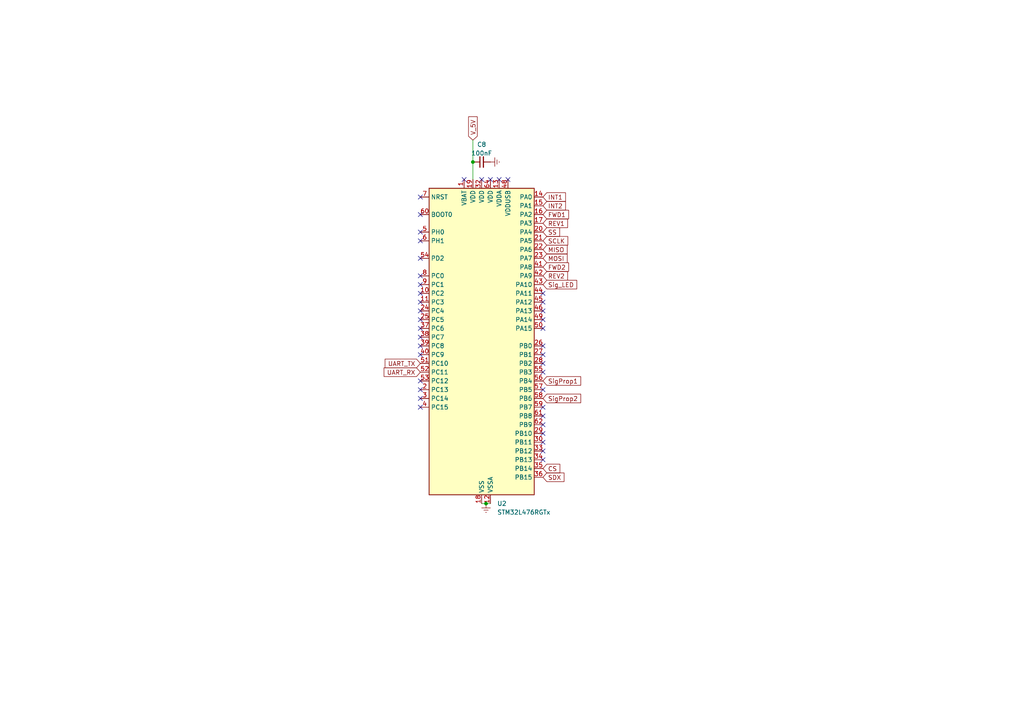
<source format=kicad_sch>
(kicad_sch (version 20230121) (generator eeschema)
  (paper "A4")
  (lib_symbols
    (symbol "Device:C_Small" (pin_numbers hide) (pin_names (offset 0.254) hide)
      (property "Reference" "C" (at 0.254 1.778 0))
      (property "Value" "C_Small" (at 0.254 -2.032 0))
      (symbol "C_Small_0_1"
        (polyline (pts (xy -1.524 -0.508) (xy 1.524 -0.508)) (stroke (width 0.3302)))
        (polyline (pts (xy -1.524 0.508) (xy 1.524 0.508)) (stroke (width 0.3048)))
      )
      (symbol "C_Small_1_1"
        (pin passive line (at 0 2.54 270) (length 2.032) (name "~") (number "1"))
        (pin passive line (at 0 -2.54 90) (length 2.032) (name "~") (number "2"))
      )
    )
    (symbol "MCU_ST_STM32L4:STM32L476RGTx"
      (property "Reference" "U" (at -15.24 46.99 0))
      (property "Value" "STM32L476RGTx" (at 10.16 46.99 0))
      (symbol "STM32L476RGTx_0_1"
        (rectangle (start -15.24 -43.18) (end 15.24 45.72) (stroke (width 0.254)) (fill (type background)))
      )
      (symbol "STM32L476RGTx_1_1"
        (pin power_in line (at -5.08 48.26 270) (length 2.54) (name "VBAT") (number "1"))
        (pin bidirectional line (at -17.78 15.24 0) (length 2.54) (name "PC2") (number "10"))
        (pin bidirectional line (at -17.78 12.7 0) (length 2.54) (name "PC3") (number "11"))
        (pin power_in line (at 2.54 -45.72 90) (length 2.54) (name "VSSA") (number "12"))
        (pin power_in line (at 5.08 48.26 270) (length 2.54) (name "VDDA") (number "13"))
        (pin bidirectional line (at 17.78 43.18 180) (length 2.54) (name "PA0") (number "14"))
        (pin bidirectional line (at 17.78 40.64 180) (length 2.54) (name "PA1") (number "15"))
        (pin bidirectional line (at 17.78 38.1 180) (length 2.54) (name "PA2") (number "16"))
        (pin bidirectional line (at 17.78 35.56 180) (length 2.54) (name "PA3") (number "17"))
        (pin power_in line (at 0 -45.72 90) (length 2.54) (name "VSS") (number "18"))
        (pin power_in line (at -2.54 48.26 270) (length 2.54) (name "VDD") (number "19"))
        (pin bidirectional line (at -17.78 -12.7 0) (length 2.54) (name "PC13") (number "2"))
        (pin bidirectional line (at 17.78 33.02 180) (length 2.54) (name "PA4") (number "20"))
        (pin bidirectional line (at 17.78 30.48 180) (length 2.54) (name "PA5") (number "21"))
        (pin bidirectional line (at 17.78 27.94 180) (length 2.54) (name "PA6") (number "22"))
        (pin bidirectional line (at 17.78 25.4 180) (length 2.54) (name "PA7") (number "23"))
        (pin bidirectional line (at -17.78 10.16 0) (length 2.54) (name "PC4") (number "24"))
        (pin bidirectional line (at -17.78 7.62 0) (length 2.54) (name "PC5") (number "25"))
        (pin bidirectional line (at 17.78 0 180) (length 2.54) (name "PB0") (number "26"))
        (pin bidirectional line (at 17.78 -2.54 180) (length 2.54) (name "PB1") (number "27"))
        (pin bidirectional line (at 17.78 -5.08 180) (length 2.54) (name "PB2") (number "28"))
        (pin bidirectional line (at 17.78 -25.4 180) (length 2.54) (name "PB10") (number "29"))
        (pin bidirectional line (at -17.78 -15.24 0) (length 2.54) (name "PC14") (number "3"))
        (pin bidirectional line (at 17.78 -27.94 180) (length 2.54) (name "PB11") (number "30"))
        (pin passive line (at 0 -45.72 90) (length 2.54) hide (name "VSS") (number "31"))
        (pin power_in line (at 0 48.26 270) (length 2.54) (name "VDD") (number "32"))
        (pin bidirectional line (at 17.78 -30.48 180) (length 2.54) (name "PB12") (number "33"))
        (pin bidirectional line (at 17.78 -33.02 180) (length 2.54) (name "PB13") (number "34"))
        (pin bidirectional line (at 17.78 -35.56 180) (length 2.54) (name "PB14") (number "35"))
        (pin bidirectional line (at 17.78 -38.1 180) (length 2.54) (name "PB15") (number "36"))
        (pin bidirectional line (at -17.78 5.08 0) (length 2.54) (name "PC6") (number "37"))
        (pin bidirectional line (at -17.78 2.54 0) (length 2.54) (name "PC7") (number "38"))
        (pin bidirectional line (at -17.78 0 0) (length 2.54) (name "PC8") (number "39"))
        (pin bidirectional line (at -17.78 -17.78 0) (length 2.54) (name "PC15") (number "4"))
        (pin bidirectional line (at -17.78 -2.54 0) (length 2.54) (name "PC9") (number "40"))
        (pin bidirectional line (at 17.78 22.86 180) (length 2.54) (name "PA8") (number "41"))
        (pin bidirectional line (at 17.78 20.32 180) (length 2.54) (name "PA9") (number "42"))
        (pin bidirectional line (at 17.78 17.78 180) (length 2.54) (name "PA10") (number "43"))
        (pin bidirectional line (at 17.78 15.24 180) (length 2.54) (name "PA11") (number "44"))
        (pin bidirectional line (at 17.78 12.7 180) (length 2.54) (name "PA12") (number "45"))
        (pin bidirectional line (at 17.78 10.16 180) (length 2.54) (name "PA13") (number "46"))
        (pin passive line (at 0 -45.72 90) (length 2.54) hide (name "VSS") (number "47"))
        (pin power_in line (at 7.62 48.26 270) (length 2.54) (name "VDDUSB") (number "48"))
        (pin bidirectional line (at 17.78 7.62 180) (length 2.54) (name "PA14") (number "49"))
        (pin bidirectional line (at -17.78 33.02 0) (length 2.54) (name "PH0") (number "5"))
        (pin bidirectional line (at 17.78 5.08 180) (length 2.54) (name "PA15") (number "50"))
        (pin bidirectional line (at -17.78 -5.08 0) (length 2.54) (name "PC10") (number "51"))
        (pin bidirectional line (at -17.78 -7.62 0) (length 2.54) (name "PC11") (number "52"))
        (pin bidirectional line (at -17.78 -10.16 0) (length 2.54) (name "PC12") (number "53"))
        (pin bidirectional line (at -17.78 25.4 0) (length 2.54) (name "PD2") (number "54"))
        (pin bidirectional line (at 17.78 -7.62 180) (length 2.54) (name "PB3") (number "55"))
        (pin bidirectional line (at 17.78 -10.16 180) (length 2.54) (name "PB4") (number "56"))
        (pin bidirectional line (at 17.78 -12.7 180) (length 2.54) (name "PB5") (number "57"))
        (pin bidirectional line (at 17.78 -15.24 180) (length 2.54) (name "PB6") (number "58"))
        (pin bidirectional line (at 17.78 -17.78 180) (length 2.54) (name "PB7") (number "59"))
        (pin bidirectional line (at -17.78 30.48 0) (length 2.54) (name "PH1") (number "6"))
        (pin input line (at -17.78 38.1 0) (length 2.54) (name "BOOT0") (number "60"))
        (pin bidirectional line (at 17.78 -20.32 180) (length 2.54) (name "PB8") (number "61"))
        (pin bidirectional line (at 17.78 -22.86 180) (length 2.54) (name "PB9") (number "62"))
        (pin passive line (at 0 -45.72 90) (length 2.54) hide (name "VSS") (number "63"))
        (pin power_in line (at 2.54 48.26 270) (length 2.54) (name "VDD") (number "64"))
        (pin input line (at -17.78 43.18 0) (length 2.54) (name "NRST") (number "7"))
        (pin bidirectional line (at -17.78 20.32 0) (length 2.54) (name "PC0") (number "8"))
        (pin bidirectional line (at -17.78 17.78 0) (length 2.54) (name "PC1") (number "9"))
      )
    )
    (symbol "power:Earth" (power) (pin_names (offset 0))
      (symbol "Earth_0_1"
        (polyline (pts (xy -0.635 -1.905) (xy 0.635 -1.905)))
        (polyline (pts (xy -0.127 -2.54) (xy 0.127 -2.54)))
        (polyline (pts (xy 0 -1.27) (xy 0 0)))
        (polyline (pts (xy 1.27 -1.27) (xy -1.27 -1.27)))
      )
      (symbol "Earth_1_1"
        (pin power_in line (at 0 0 270) (length 0) hide (name "Earth") (number "1"))
      )
    )
  )
  (junction (at 137.16 46.99))
  (junction (at 140.97 146.05))
  (no_connect (at 121.92 118.11))
  (no_connect (at 121.92 82.55))
  (no_connect (at 142.24 52.07))
  (no_connect (at 121.92 74.93))
  (no_connect (at 121.92 102.87))
  (no_connect (at 121.92 100.33))
  (no_connect (at 157.48 102.87))
  (no_connect (at 157.48 92.71))
  (no_connect (at 157.48 87.63))
  (no_connect (at 157.48 125.73))
  (no_connect (at 157.48 95.25))
  (no_connect (at 157.48 118.11))
  (no_connect (at 121.92 95.25))
  (no_connect (at 157.48 107.95))
  (no_connect (at 121.92 85.09))
  (no_connect (at 121.92 115.57))
  (no_connect (at 121.92 113.03))
  (no_connect (at 157.48 100.33))
  (no_connect (at 121.92 69.85))
  (no_connect (at 157.48 113.03))
  (no_connect (at 144.78 52.07))
  (no_connect (at 121.92 87.63))
  (no_connect (at 121.92 110.49))
  (no_connect (at 134.62 52.07))
  (no_connect (at 121.92 57.15))
  (no_connect (at 157.48 128.27))
  (no_connect (at 157.48 123.19))
  (no_connect (at 157.48 90.17))
  (no_connect (at 121.92 97.79))
  (no_connect (at 157.48 133.35))
  (no_connect (at 157.48 130.81))
  (no_connect (at 139.7 52.07))
  (no_connect (at 121.92 62.23))
  (no_connect (at 157.48 105.41))
  (no_connect (at 121.92 80.01))
  (no_connect (at 157.48 85.09))
  (no_connect (at 121.92 90.17))
  (no_connect (at 121.92 67.31))
  (no_connect (at 157.48 120.65))
  (no_connect (at 147.32 52.07))
  (no_connect (at 121.92 92.71))
  (wire (pts (xy 140.97 146.05) (xy 142.24 146.05)))
  (wire (pts (xy 139.7 146.05) (xy 140.97 146.05)))
  (wire (pts (xy 137.16 46.99) (xy 137.16 52.07)))
  (wire (pts (xy 137.16 40.64) (xy 137.16 46.99)))
  (global_label "INT1" (shape input) (at 157.48 57.15 0) (property "Intersheetrefs" "${INTERSHEET_REFS}" (effects hide)))
  (global_label "SigProp1" (shape input) (at 157.48 110.49 0) (property "Intersheetrefs" "${INTERSHEET_REFS}" (effects hide)))
  (global_label "INT2" (shape input) (at 157.48 59.69 0) (property "Intersheetrefs" "${INTERSHEET_REFS}" (effects hide)))
  (global_label "SDX" (shape input) (at 157.48 138.43 0) (property "Intersheetrefs" "${INTERSHEET_REFS}" (effects hide)))
  (global_label "FWD1" (shape input) (at 157.48 62.23 0) (property "Intersheetrefs" "${INTERSHEET_REFS}" (effects hide)))
  (global_label "UART_RX" (shape input) (at 121.92 107.95 180) (property "Intersheetrefs" "${INTERSHEET_REFS}" (effects hide)))
  (global_label "Sig_LED" (shape input) (at 157.48 82.55 0) (property "Intersheetrefs" "${INTERSHEET_REFS}" (effects hide)))
  (global_label "CS" (shape input) (at 157.48 135.89 0) (property "Intersheetrefs" "${INTERSHEET_REFS}" (effects hide)))
  (global_label "FWD2" (shape input) (at 157.48 77.47 0) (property "Intersheetrefs" "${INTERSHEET_REFS}" (effects hide)))
  (global_label "UART_TX" (shape input) (at 121.92 105.41 180) (property "Intersheetrefs" "${INTERSHEET_REFS}" (effects hide)))
  (global_label "V_5V" (shape input) (at 137.16 40.64 90) (property "Intersheetrefs" "${INTERSHEET_REFS}" (effects hide)))
  (global_label "REV1" (shape input) (at 157.48 64.77 0) (property "Intersheetrefs" "${INTERSHEET_REFS}" (effects hide)))
  (global_label "SCLK" (shape input) (at 157.48 69.85 0) (property "Intersheetrefs" "${INTERSHEET_REFS}" (effects hide)))
  (global_label "MOSI" (shape input) (at 157.48 74.93 0) (property "Intersheetrefs" "${INTERSHEET_REFS}" (effects hide)))
  (global_label "MISO" (shape input) (at 157.48 72.39 0) (property "Intersheetrefs" "${INTERSHEET_REFS}" (effects hide)))
  (global_label "SigProp2" (shape input) (at 157.48 115.57 0) (property "Intersheetrefs" "${INTERSHEET_REFS}" (effects hide)))
  (global_label "SS" (shape input) (at 157.48 67.31 0) (property "Intersheetrefs" "${INTERSHEET_REFS}" (effects hide)))
  (global_label "REV2" (shape input) (at 157.48 80.01 0) (property "Intersheetrefs" "${INTERSHEET_REFS}" (effects hide)))
  (symbol (lib_id "MCU_ST_STM32L4:STM32L476RGTx") (at 139.7 100.33 0) (unit 1)
    (property "Reference" "U2" (at 144.1959 146.05 0) (effects (justify left)))
    (property "Value" "STM32L476RGTx" (at 144.1959 148.59 0) (effects (justify left)))
    (property "Footprint" "Package_QFP:LQFP-64_10x10mm_P0.5mm" (effects hide))
    (property "Datasheet" "https://www.st.com/resource/en/datasheet/stm32l476rg.pdf" (effects hide))
  )
  (symbol (lib_id "power:Earth") (at 142.24 46.99 90) (unit 1)
    (property "Reference" "#PWR06" (effects hide))
    (property "Value" "Earth" (effects hide))
  )
  (symbol (lib_id "Device:C_Small") (at 139.7 46.99 90) (unit 1)
    (property "Reference" "C8" (at 139.7063 41.91 90))
    (property "Value" "100nF" (at 139.7063 44.45 90))
    (property "Footprint" "Capacitor_SMD:C_1206_3216Metric" (effects hide))
  )
  (symbol (lib_id "power:Earth") (at 140.97 146.05 0) (unit 1)
    (property "Reference" "#PWR08" (effects hide))
    (property "Value" "Earth" (effects hide))
  )
)
</source>
